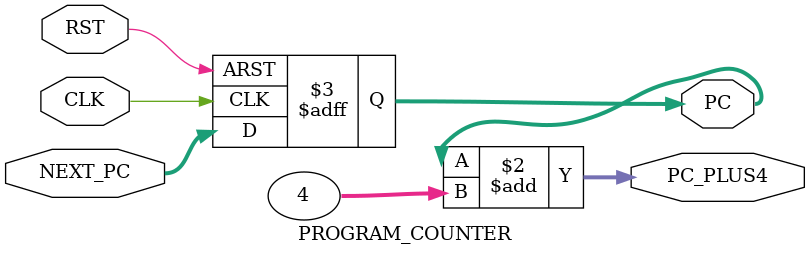
<source format=v>
module PROGRAM_COUNTER (
    input wire CLK,
    input wire RST,
    input wire [31:0] NEXT_PC,
    output reg [31:0] PC,
    output wire [31:0] PC_PLUS4
);

always @(posedge CLK or posedge RST) begin
    if (RST)
        PC <= 32'b0;
    else
        PC <= NEXT_PC;
end

assign PC_PLUS4 = PC + 4;

endmodule

</source>
